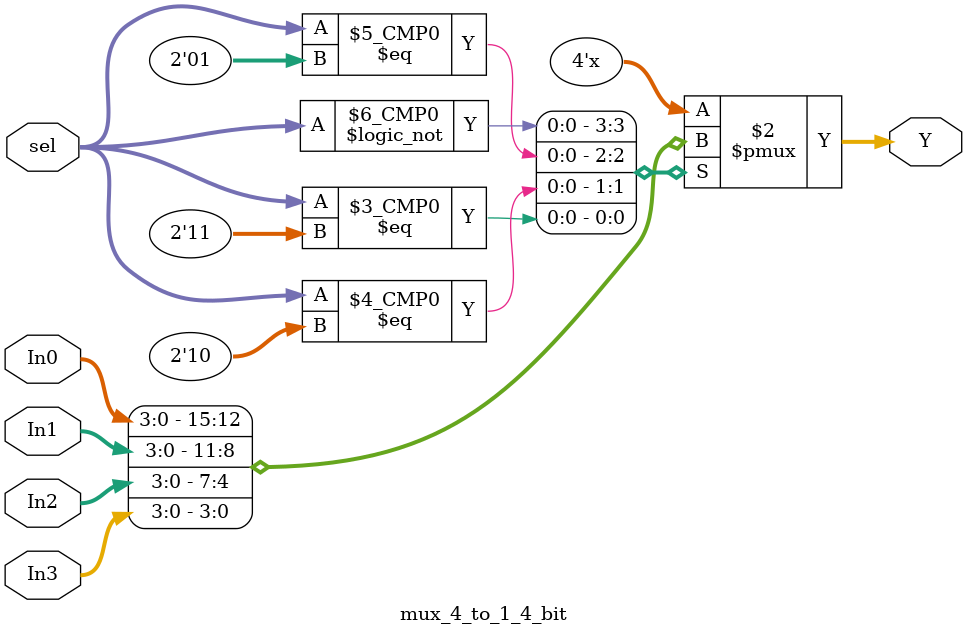
<source format=v>
`timescale 1ns / 1ps


module mux_4_to_1_4_bit(
    input [3:0] In0,
    input [3:0] In1,
    input [3:0] In2,
    input [3:0] In3,
    input [1:0] sel,
    output reg [3:0] Y
    );
    
always @(*)
begin

case(sel)
    2'b00: Y = In0;
    2'b01: Y = In1;
    2'b10: Y = In2;
    2'b11: Y = In3;
endcase
end
endmodule

</source>
